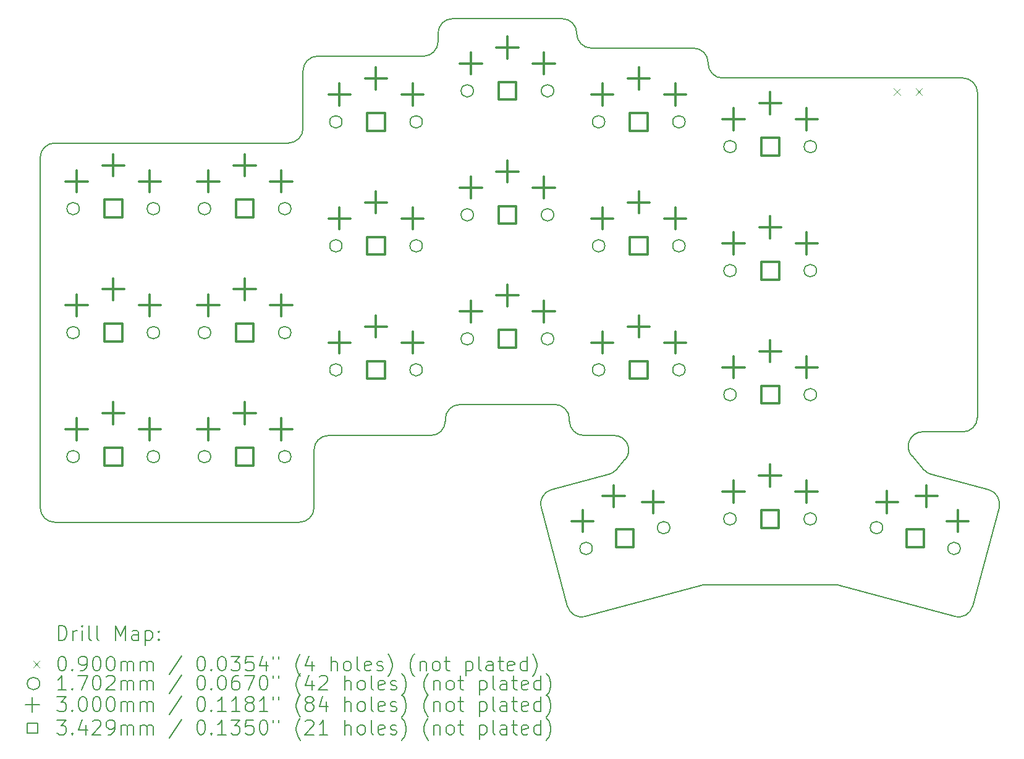
<source format=gbr>
%FSLAX45Y45*%
G04 Gerber Fmt 4.5, Leading zero omitted, Abs format (unit mm)*
G04 Created by KiCad (PCBNEW (6.0.4)) date 2022-07-03 12:25:23*
%MOMM*%
%LPD*%
G01*
G04 APERTURE LIST*
%TA.AperFunction,Profile*%
%ADD10C,0.150000*%
%TD*%
%ADD11C,0.200000*%
%ADD12C,0.090000*%
%ADD13C,0.170180*%
%ADD14C,0.300000*%
%ADD15C,0.342900*%
G04 APERTURE END LIST*
D10*
X9950000Y5400000D02*
X9950000Y5390000D01*
X4750000Y290000D02*
X6150000Y290000D01*
X9931580Y-1754125D02*
G75*
G03*
X9879816Y-1760940I0J-199995D01*
G01*
X4200000Y4300000D02*
G75*
G03*
X4400000Y4500000I0J200000D01*
G01*
X6050000Y5490000D02*
G75*
G03*
X6250000Y5690000I0J200000D01*
G01*
X13572748Y-2050993D02*
X13935095Y-698697D01*
X6250000Y5690000D02*
X6250000Y5805000D01*
X8590912Y-242803D02*
G75*
G03*
X8689097Y-181965I-51762J193183D01*
G01*
X4350000Y-900000D02*
G75*
G03*
X4550000Y-700000I0J200000D01*
G01*
X4550000Y-700000D02*
X4550000Y90000D01*
X11717517Y-1760941D02*
G75*
G03*
X11665753Y-1754126I-51767J-193189D01*
G01*
X12891370Y340000D02*
G75*
G03*
X12741288Y7806I0J-200000D01*
G01*
X8250000Y290000D02*
X8662376Y290000D01*
X13440000Y340000D02*
G75*
G03*
X13640000Y540000I0J200000D01*
G01*
X10150000Y5190000D02*
X13440000Y5190000D01*
X8150000Y5800000D02*
G75*
G03*
X8350000Y5600000I200000J0D01*
G01*
X12891370Y340000D02*
X13440000Y340000D01*
X6450000Y6005000D02*
G75*
G03*
X6250000Y5805000I0J-200000D01*
G01*
X4750000Y290000D02*
G75*
G03*
X4550000Y90000I0J-200000D01*
G01*
X6150000Y290000D02*
G75*
G03*
X6350000Y490000I0J200000D01*
G01*
X8050000Y490000D02*
G75*
G03*
X8250000Y290000I200000J0D01*
G01*
X8150000Y5805000D02*
X8150000Y5800000D01*
X6550000Y715000D02*
X7850000Y715000D01*
X4400000Y4500000D02*
X4400000Y5290000D01*
X9950000Y5400000D02*
G75*
G03*
X9750000Y5600000I-200000J0D01*
G01*
X13935091Y-698696D02*
G75*
G03*
X13793674Y-453748I-193182J51766D01*
G01*
X1000000Y4300000D02*
G75*
G03*
X800000Y4100000I0J-200000D01*
G01*
X8350000Y5600000D02*
X9750000Y5600000D01*
X7803659Y-453748D02*
X8590912Y-242804D01*
X8050000Y490000D02*
X8050000Y515000D01*
X6450000Y6005000D02*
X7950000Y6005000D01*
X8150000Y5805000D02*
G75*
G03*
X7950000Y6005000I-200000J0D01*
G01*
X8812327Y-42347D02*
G75*
G03*
X8662376Y290000I-149947J132347D01*
G01*
X1000000Y-900000D02*
X4350000Y-900000D01*
X13327798Y-2192419D02*
G75*
G03*
X13572748Y-2050993I51762J193189D01*
G01*
X4600000Y5490000D02*
X6050000Y5490000D01*
X9931580Y-1754126D02*
X11665753Y-1754126D01*
X9950000Y5390000D02*
G75*
G03*
X10150000Y5190000I200000J0D01*
G01*
X11717517Y-1760940D02*
X13327799Y-2192414D01*
X800000Y-700000D02*
G75*
G03*
X1000000Y-900000I200000J0D01*
G01*
X6350000Y515000D02*
X6350000Y490000D01*
X12908368Y-181884D02*
X12741287Y7806D01*
X8269533Y-2192414D02*
X9879816Y-1760940D01*
X8050000Y515000D02*
G75*
G03*
X7850000Y715000I-200000J0D01*
G01*
X8812325Y-42346D02*
X8689097Y-181965D01*
X7662238Y-698697D02*
X8024585Y-2050993D01*
X12908368Y-181885D02*
G75*
G03*
X13006687Y-242875I150082J132195D01*
G01*
X6550000Y715000D02*
G75*
G03*
X6350000Y515000I0J-200000D01*
G01*
X800000Y-700000D02*
X800000Y4100000D01*
X8024585Y-2050993D02*
G75*
G03*
X8269533Y-2192414I193185J51763D01*
G01*
X1000000Y4300000D02*
X4200000Y4300000D01*
X13006687Y-242875D02*
X13793674Y-453748D01*
X4600000Y5490000D02*
G75*
G03*
X4400000Y5290000I0J-200000D01*
G01*
X7803659Y-453746D02*
G75*
G03*
X7662238Y-698697I51761J-193184D01*
G01*
X13640000Y540000D02*
X13640000Y4990000D01*
X13640000Y4990000D02*
G75*
G03*
X13440000Y5190000I-200000J0D01*
G01*
D11*
D12*
X12494000Y5045500D02*
X12584000Y4955500D01*
X12584000Y5045500D02*
X12494000Y4955500D01*
X12494000Y5045500D02*
X12584000Y4955500D01*
X12584000Y5045500D02*
X12494000Y4955500D01*
X12794000Y5045500D02*
X12884000Y4955500D01*
X12884000Y5045500D02*
X12794000Y4955500D01*
X12794000Y5045500D02*
X12884000Y4955500D01*
X12884000Y5045500D02*
X12794000Y4955500D01*
D13*
X1335090Y3400000D02*
G75*
G03*
X1335090Y3400000I-85090J0D01*
G01*
X1335090Y1700000D02*
G75*
G03*
X1335090Y1700000I-85090J0D01*
G01*
X1335090Y0D02*
G75*
G03*
X1335090Y0I-85090J0D01*
G01*
X2435090Y3400000D02*
G75*
G03*
X2435090Y3400000I-85090J0D01*
G01*
X2435090Y1700000D02*
G75*
G03*
X2435090Y1700000I-85090J0D01*
G01*
X2435090Y0D02*
G75*
G03*
X2435090Y0I-85090J0D01*
G01*
X3135090Y3400000D02*
G75*
G03*
X3135090Y3400000I-85090J0D01*
G01*
X3135090Y1700000D02*
G75*
G03*
X3135090Y1700000I-85090J0D01*
G01*
X3135090Y0D02*
G75*
G03*
X3135090Y0I-85090J0D01*
G01*
X4235090Y3400000D02*
G75*
G03*
X4235090Y3400000I-85090J0D01*
G01*
X4235090Y1700000D02*
G75*
G03*
X4235090Y1700000I-85090J0D01*
G01*
X4235090Y0D02*
G75*
G03*
X4235090Y0I-85090J0D01*
G01*
X4935090Y4590000D02*
G75*
G03*
X4935090Y4590000I-85090J0D01*
G01*
X4935090Y2890000D02*
G75*
G03*
X4935090Y2890000I-85090J0D01*
G01*
X4935090Y1190000D02*
G75*
G03*
X4935090Y1190000I-85090J0D01*
G01*
X6035090Y4590000D02*
G75*
G03*
X6035090Y4590000I-85090J0D01*
G01*
X6035090Y2890000D02*
G75*
G03*
X6035090Y2890000I-85090J0D01*
G01*
X6035090Y1190000D02*
G75*
G03*
X6035090Y1190000I-85090J0D01*
G01*
X6735090Y5015000D02*
G75*
G03*
X6735090Y5015000I-85090J0D01*
G01*
X6735090Y3315000D02*
G75*
G03*
X6735090Y3315000I-85090J0D01*
G01*
X6735090Y1615000D02*
G75*
G03*
X6735090Y1615000I-85090J0D01*
G01*
X7835090Y5015000D02*
G75*
G03*
X7835090Y5015000I-85090J0D01*
G01*
X7835090Y3315000D02*
G75*
G03*
X7835090Y3315000I-85090J0D01*
G01*
X7835090Y1615000D02*
G75*
G03*
X7835090Y1615000I-85090J0D01*
G01*
X8363171Y-1258381D02*
G75*
G03*
X8363171Y-1258381I-85090J0D01*
G01*
X8535090Y4590000D02*
G75*
G03*
X8535090Y4590000I-85090J0D01*
G01*
X8535090Y2890000D02*
G75*
G03*
X8535090Y2890000I-85090J0D01*
G01*
X8535090Y1190000D02*
G75*
G03*
X8535090Y1190000I-85090J0D01*
G01*
X9425689Y-973679D02*
G75*
G03*
X9425689Y-973679I-85090J0D01*
G01*
X9635090Y4590000D02*
G75*
G03*
X9635090Y4590000I-85090J0D01*
G01*
X9635090Y2890000D02*
G75*
G03*
X9635090Y2890000I-85090J0D01*
G01*
X9635090Y1190000D02*
G75*
G03*
X9635090Y1190000I-85090J0D01*
G01*
X10333760Y-854130D02*
G75*
G03*
X10333760Y-854130I-85090J0D01*
G01*
X10335090Y4250000D02*
G75*
G03*
X10335090Y4250000I-85090J0D01*
G01*
X10335090Y2550000D02*
G75*
G03*
X10335090Y2550000I-85090J0D01*
G01*
X10335090Y850000D02*
G75*
G03*
X10335090Y850000I-85090J0D01*
G01*
X11433760Y-854130D02*
G75*
G03*
X11433760Y-854130I-85090J0D01*
G01*
X11435090Y4250000D02*
G75*
G03*
X11435090Y4250000I-85090J0D01*
G01*
X11435090Y2550000D02*
G75*
G03*
X11435090Y2550000I-85090J0D01*
G01*
X11435090Y850000D02*
G75*
G03*
X11435090Y850000I-85090J0D01*
G01*
X12341831Y-973679D02*
G75*
G03*
X12341831Y-973679I-85090J0D01*
G01*
X13404349Y-1258381D02*
G75*
G03*
X13404349Y-1258381I-85090J0D01*
G01*
D14*
X1300000Y3925000D02*
X1300000Y3625000D01*
X1150000Y3775000D02*
X1450000Y3775000D01*
X1300000Y2225000D02*
X1300000Y1925000D01*
X1150000Y2075000D02*
X1450000Y2075000D01*
X1300000Y525000D02*
X1300000Y225000D01*
X1150000Y375000D02*
X1450000Y375000D01*
X1800000Y4145000D02*
X1800000Y3845000D01*
X1650000Y3995000D02*
X1950000Y3995000D01*
X1800000Y4145000D02*
X1800000Y3845000D01*
X1650000Y3995000D02*
X1950000Y3995000D01*
X1800000Y2445000D02*
X1800000Y2145000D01*
X1650000Y2295000D02*
X1950000Y2295000D01*
X1800000Y2445000D02*
X1800000Y2145000D01*
X1650000Y2295000D02*
X1950000Y2295000D01*
X1800000Y745000D02*
X1800000Y445000D01*
X1650000Y595000D02*
X1950000Y595000D01*
X1800000Y745000D02*
X1800000Y445000D01*
X1650000Y595000D02*
X1950000Y595000D01*
X2300000Y3925000D02*
X2300000Y3625000D01*
X2150000Y3775000D02*
X2450000Y3775000D01*
X2300000Y2225000D02*
X2300000Y1925000D01*
X2150000Y2075000D02*
X2450000Y2075000D01*
X2300000Y525000D02*
X2300000Y225000D01*
X2150000Y375000D02*
X2450000Y375000D01*
X3100000Y3925000D02*
X3100000Y3625000D01*
X2950000Y3775000D02*
X3250000Y3775000D01*
X3100000Y2225000D02*
X3100000Y1925000D01*
X2950000Y2075000D02*
X3250000Y2075000D01*
X3100000Y525000D02*
X3100000Y225000D01*
X2950000Y375000D02*
X3250000Y375000D01*
X3600000Y4145000D02*
X3600000Y3845000D01*
X3450000Y3995000D02*
X3750000Y3995000D01*
X3600000Y4145000D02*
X3600000Y3845000D01*
X3450000Y3995000D02*
X3750000Y3995000D01*
X3600000Y2445000D02*
X3600000Y2145000D01*
X3450000Y2295000D02*
X3750000Y2295000D01*
X3600000Y2445000D02*
X3600000Y2145000D01*
X3450000Y2295000D02*
X3750000Y2295000D01*
X3600000Y745000D02*
X3600000Y445000D01*
X3450000Y595000D02*
X3750000Y595000D01*
X3600000Y745000D02*
X3600000Y445000D01*
X3450000Y595000D02*
X3750000Y595000D01*
X4100000Y3925000D02*
X4100000Y3625000D01*
X3950000Y3775000D02*
X4250000Y3775000D01*
X4100000Y2225000D02*
X4100000Y1925000D01*
X3950000Y2075000D02*
X4250000Y2075000D01*
X4100000Y525000D02*
X4100000Y225000D01*
X3950000Y375000D02*
X4250000Y375000D01*
X4900000Y5115000D02*
X4900000Y4815000D01*
X4750000Y4965000D02*
X5050000Y4965000D01*
X4900000Y3415000D02*
X4900000Y3115000D01*
X4750000Y3265000D02*
X5050000Y3265000D01*
X4900000Y1715000D02*
X4900000Y1415000D01*
X4750000Y1565000D02*
X5050000Y1565000D01*
X5400000Y5335000D02*
X5400000Y5035000D01*
X5250000Y5185000D02*
X5550000Y5185000D01*
X5400000Y5335000D02*
X5400000Y5035000D01*
X5250000Y5185000D02*
X5550000Y5185000D01*
X5400000Y3635000D02*
X5400000Y3335000D01*
X5250000Y3485000D02*
X5550000Y3485000D01*
X5400000Y3635000D02*
X5400000Y3335000D01*
X5250000Y3485000D02*
X5550000Y3485000D01*
X5400000Y1935000D02*
X5400000Y1635000D01*
X5250000Y1785000D02*
X5550000Y1785000D01*
X5400000Y1935000D02*
X5400000Y1635000D01*
X5250000Y1785000D02*
X5550000Y1785000D01*
X5900000Y5115000D02*
X5900000Y4815000D01*
X5750000Y4965000D02*
X6050000Y4965000D01*
X5900000Y3415000D02*
X5900000Y3115000D01*
X5750000Y3265000D02*
X6050000Y3265000D01*
X5900000Y1715000D02*
X5900000Y1415000D01*
X5750000Y1565000D02*
X6050000Y1565000D01*
X6700000Y5540000D02*
X6700000Y5240000D01*
X6550000Y5390000D02*
X6850000Y5390000D01*
X6700000Y3840000D02*
X6700000Y3540000D01*
X6550000Y3690000D02*
X6850000Y3690000D01*
X6700000Y2140000D02*
X6700000Y1840000D01*
X6550000Y1990000D02*
X6850000Y1990000D01*
X7200000Y5760000D02*
X7200000Y5460000D01*
X7050000Y5610000D02*
X7350000Y5610000D01*
X7200000Y5760000D02*
X7200000Y5460000D01*
X7050000Y5610000D02*
X7350000Y5610000D01*
X7200000Y4060000D02*
X7200000Y3760000D01*
X7050000Y3910000D02*
X7350000Y3910000D01*
X7200000Y4060000D02*
X7200000Y3760000D01*
X7050000Y3910000D02*
X7350000Y3910000D01*
X7200000Y2360000D02*
X7200000Y2060000D01*
X7050000Y2210000D02*
X7350000Y2210000D01*
X7200000Y2360000D02*
X7200000Y2060000D01*
X7050000Y2210000D02*
X7350000Y2210000D01*
X7700000Y5540000D02*
X7700000Y5240000D01*
X7550000Y5390000D02*
X7850000Y5390000D01*
X7700000Y3840000D02*
X7700000Y3540000D01*
X7550000Y3690000D02*
X7850000Y3690000D01*
X7700000Y2140000D02*
X7700000Y1840000D01*
X7550000Y1990000D02*
X7850000Y1990000D01*
X8229320Y-733217D02*
X8229320Y-1033217D01*
X8079320Y-883217D02*
X8379320Y-883217D01*
X8500000Y5115000D02*
X8500000Y4815000D01*
X8350000Y4965000D02*
X8650000Y4965000D01*
X8500000Y3415000D02*
X8500000Y3115000D01*
X8350000Y3265000D02*
X8650000Y3265000D01*
X8500000Y1715000D02*
X8500000Y1415000D01*
X8350000Y1565000D02*
X8650000Y1565000D01*
X8655343Y-391304D02*
X8655343Y-691304D01*
X8505343Y-541304D02*
X8805343Y-541304D01*
X8655343Y-391304D02*
X8655343Y-691304D01*
X8505343Y-541304D02*
X8805343Y-541304D01*
X9000000Y5335000D02*
X9000000Y5035000D01*
X8850000Y5185000D02*
X9150000Y5185000D01*
X9000000Y5335000D02*
X9000000Y5035000D01*
X8850000Y5185000D02*
X9150000Y5185000D01*
X9000000Y3635000D02*
X9000000Y3335000D01*
X8850000Y3485000D02*
X9150000Y3485000D01*
X9000000Y3635000D02*
X9000000Y3335000D01*
X8850000Y3485000D02*
X9150000Y3485000D01*
X9000000Y1935000D02*
X9000000Y1635000D01*
X8850000Y1785000D02*
X9150000Y1785000D01*
X9000000Y1935000D02*
X9000000Y1635000D01*
X8850000Y1785000D02*
X9150000Y1785000D01*
X9195246Y-474398D02*
X9195246Y-774398D01*
X9045246Y-624398D02*
X9345246Y-624398D01*
X9500000Y5115000D02*
X9500000Y4815000D01*
X9350000Y4965000D02*
X9650000Y4965000D01*
X9500000Y3415000D02*
X9500000Y3115000D01*
X9350000Y3265000D02*
X9650000Y3265000D01*
X9500000Y1715000D02*
X9500000Y1415000D01*
X9350000Y1565000D02*
X9650000Y1565000D01*
X10298670Y-329130D02*
X10298670Y-629130D01*
X10148670Y-479130D02*
X10448670Y-479130D01*
X10300000Y4775000D02*
X10300000Y4475000D01*
X10150000Y4625000D02*
X10450000Y4625000D01*
X10300000Y3075000D02*
X10300000Y2775000D01*
X10150000Y2925000D02*
X10450000Y2925000D01*
X10300000Y1375000D02*
X10300000Y1075000D01*
X10150000Y1225000D02*
X10450000Y1225000D01*
X10798670Y-109130D02*
X10798670Y-409130D01*
X10648670Y-259130D02*
X10948670Y-259130D01*
X10798670Y-109130D02*
X10798670Y-409130D01*
X10648670Y-259130D02*
X10948670Y-259130D01*
X10800000Y4995000D02*
X10800000Y4695000D01*
X10650000Y4845000D02*
X10950000Y4845000D01*
X10800000Y4995000D02*
X10800000Y4695000D01*
X10650000Y4845000D02*
X10950000Y4845000D01*
X10800000Y3295000D02*
X10800000Y2995000D01*
X10650000Y3145000D02*
X10950000Y3145000D01*
X10800000Y3295000D02*
X10800000Y2995000D01*
X10650000Y3145000D02*
X10950000Y3145000D01*
X10800000Y1595000D02*
X10800000Y1295000D01*
X10650000Y1445000D02*
X10950000Y1445000D01*
X10800000Y1595000D02*
X10800000Y1295000D01*
X10650000Y1445000D02*
X10950000Y1445000D01*
X11298670Y-329130D02*
X11298670Y-629130D01*
X11148670Y-479130D02*
X11448670Y-479130D01*
X11300000Y4775000D02*
X11300000Y4475000D01*
X11150000Y4625000D02*
X11450000Y4625000D01*
X11300000Y3075000D02*
X11300000Y2775000D01*
X11150000Y2925000D02*
X11450000Y2925000D01*
X11300000Y1375000D02*
X11300000Y1075000D01*
X11150000Y1225000D02*
X11450000Y1225000D01*
X12402094Y-474398D02*
X12402094Y-774398D01*
X12252094Y-624398D02*
X12552094Y-624398D01*
X12941997Y-391304D02*
X12941997Y-691304D01*
X12791997Y-541304D02*
X13091997Y-541304D01*
X12941997Y-391304D02*
X12941997Y-691304D01*
X12791997Y-541304D02*
X13091997Y-541304D01*
X13368020Y-733217D02*
X13368020Y-1033217D01*
X13218020Y-883217D02*
X13518020Y-883217D01*
D15*
X1921235Y3278765D02*
X1921235Y3521235D01*
X1678765Y3521235D01*
X1678765Y3278765D01*
X1921235Y3278765D01*
X1921235Y1578765D02*
X1921235Y1821235D01*
X1678765Y1821235D01*
X1678765Y1578765D01*
X1921235Y1578765D01*
X1921235Y-121235D02*
X1921235Y121235D01*
X1678765Y121235D01*
X1678765Y-121235D01*
X1921235Y-121235D01*
X3721235Y3278765D02*
X3721235Y3521235D01*
X3478765Y3521235D01*
X3478765Y3278765D01*
X3721235Y3278765D01*
X3721235Y1578765D02*
X3721235Y1821235D01*
X3478765Y1821235D01*
X3478765Y1578765D01*
X3721235Y1578765D01*
X3721235Y-121235D02*
X3721235Y121235D01*
X3478765Y121235D01*
X3478765Y-121235D01*
X3721235Y-121235D01*
X5521235Y4468765D02*
X5521235Y4711235D01*
X5278765Y4711235D01*
X5278765Y4468765D01*
X5521235Y4468765D01*
X5521235Y2768765D02*
X5521235Y3011235D01*
X5278765Y3011235D01*
X5278765Y2768765D01*
X5521235Y2768765D01*
X5521235Y1068765D02*
X5521235Y1311235D01*
X5278765Y1311235D01*
X5278765Y1068765D01*
X5521235Y1068765D01*
X7321235Y4893765D02*
X7321235Y5136235D01*
X7078765Y5136235D01*
X7078765Y4893765D01*
X7321235Y4893765D01*
X7321235Y3193765D02*
X7321235Y3436235D01*
X7078765Y3436235D01*
X7078765Y3193765D01*
X7321235Y3193765D01*
X7321235Y1493765D02*
X7321235Y1736235D01*
X7078765Y1736235D01*
X7078765Y1493765D01*
X7321235Y1493765D01*
X8930575Y-1237265D02*
X8930575Y-994795D01*
X8688105Y-994795D01*
X8688105Y-1237265D01*
X8930575Y-1237265D01*
X9121235Y4468765D02*
X9121235Y4711235D01*
X8878765Y4711235D01*
X8878765Y4468765D01*
X9121235Y4468765D01*
X9121235Y2768765D02*
X9121235Y3011235D01*
X8878765Y3011235D01*
X8878765Y2768765D01*
X9121235Y2768765D01*
X9121235Y1068765D02*
X9121235Y1311235D01*
X8878765Y1311235D01*
X8878765Y1068765D01*
X9121235Y1068765D01*
X10919905Y-975365D02*
X10919905Y-732895D01*
X10677435Y-732895D01*
X10677435Y-975365D01*
X10919905Y-975365D01*
X10921235Y4128765D02*
X10921235Y4371235D01*
X10678765Y4371235D01*
X10678765Y4128765D01*
X10921235Y4128765D01*
X10921235Y2428765D02*
X10921235Y2671235D01*
X10678765Y2671235D01*
X10678765Y2428765D01*
X10921235Y2428765D01*
X10921235Y728765D02*
X10921235Y971235D01*
X10678765Y971235D01*
X10678765Y728765D01*
X10921235Y728765D01*
X12909235Y-1237265D02*
X12909235Y-994795D01*
X12666765Y-994795D01*
X12666765Y-1237265D01*
X12909235Y-1237265D01*
D11*
X1050119Y-2517209D02*
X1050119Y-2317209D01*
X1097738Y-2317209D01*
X1126310Y-2326733D01*
X1145357Y-2345781D01*
X1154881Y-2364828D01*
X1164405Y-2402923D01*
X1164405Y-2431495D01*
X1154881Y-2469590D01*
X1145357Y-2488638D01*
X1126310Y-2507685D01*
X1097738Y-2517209D01*
X1050119Y-2517209D01*
X1250119Y-2517209D02*
X1250119Y-2383876D01*
X1250119Y-2421971D02*
X1259643Y-2402923D01*
X1269167Y-2393400D01*
X1288214Y-2383876D01*
X1307262Y-2383876D01*
X1373929Y-2517209D02*
X1373929Y-2383876D01*
X1373929Y-2317209D02*
X1364405Y-2326733D01*
X1373929Y-2336257D01*
X1383452Y-2326733D01*
X1373929Y-2317209D01*
X1373929Y-2336257D01*
X1497738Y-2517209D02*
X1478690Y-2507685D01*
X1469167Y-2488638D01*
X1469167Y-2317209D01*
X1602500Y-2517209D02*
X1583452Y-2507685D01*
X1573928Y-2488638D01*
X1573928Y-2317209D01*
X1831071Y-2517209D02*
X1831071Y-2317209D01*
X1897738Y-2460066D01*
X1964405Y-2317209D01*
X1964405Y-2517209D01*
X2145357Y-2517209D02*
X2145357Y-2412447D01*
X2135833Y-2393400D01*
X2116786Y-2383876D01*
X2078690Y-2383876D01*
X2059643Y-2393400D01*
X2145357Y-2507685D02*
X2126310Y-2517209D01*
X2078690Y-2517209D01*
X2059643Y-2507685D01*
X2050119Y-2488638D01*
X2050119Y-2469590D01*
X2059643Y-2450543D01*
X2078690Y-2441019D01*
X2126310Y-2441019D01*
X2145357Y-2431495D01*
X2240595Y-2383876D02*
X2240595Y-2583876D01*
X2240595Y-2393400D02*
X2259643Y-2383876D01*
X2297738Y-2383876D01*
X2316786Y-2393400D01*
X2326310Y-2402923D01*
X2335833Y-2421971D01*
X2335833Y-2479114D01*
X2326310Y-2498162D01*
X2316786Y-2507685D01*
X2297738Y-2517209D01*
X2259643Y-2517209D01*
X2240595Y-2507685D01*
X2421548Y-2498162D02*
X2431071Y-2507685D01*
X2421548Y-2517209D01*
X2412024Y-2507685D01*
X2421548Y-2498162D01*
X2421548Y-2517209D01*
X2421548Y-2393400D02*
X2431071Y-2402923D01*
X2421548Y-2412447D01*
X2412024Y-2402923D01*
X2421548Y-2393400D01*
X2421548Y-2412447D01*
D12*
X702500Y-2801733D02*
X792500Y-2891733D01*
X792500Y-2801733D02*
X702500Y-2891733D01*
D11*
X1088214Y-2737209D02*
X1107262Y-2737209D01*
X1126310Y-2746733D01*
X1135833Y-2756257D01*
X1145357Y-2775304D01*
X1154881Y-2813400D01*
X1154881Y-2861019D01*
X1145357Y-2899114D01*
X1135833Y-2918161D01*
X1126310Y-2927685D01*
X1107262Y-2937209D01*
X1088214Y-2937209D01*
X1069167Y-2927685D01*
X1059643Y-2918161D01*
X1050119Y-2899114D01*
X1040595Y-2861019D01*
X1040595Y-2813400D01*
X1050119Y-2775304D01*
X1059643Y-2756257D01*
X1069167Y-2746733D01*
X1088214Y-2737209D01*
X1240595Y-2918161D02*
X1250119Y-2927685D01*
X1240595Y-2937209D01*
X1231071Y-2927685D01*
X1240595Y-2918161D01*
X1240595Y-2937209D01*
X1345357Y-2937209D02*
X1383452Y-2937209D01*
X1402500Y-2927685D01*
X1412024Y-2918161D01*
X1431071Y-2889590D01*
X1440595Y-2851495D01*
X1440595Y-2775304D01*
X1431071Y-2756257D01*
X1421548Y-2746733D01*
X1402500Y-2737209D01*
X1364405Y-2737209D01*
X1345357Y-2746733D01*
X1335833Y-2756257D01*
X1326310Y-2775304D01*
X1326310Y-2822923D01*
X1335833Y-2841971D01*
X1345357Y-2851495D01*
X1364405Y-2861019D01*
X1402500Y-2861019D01*
X1421548Y-2851495D01*
X1431071Y-2841971D01*
X1440595Y-2822923D01*
X1564405Y-2737209D02*
X1583452Y-2737209D01*
X1602500Y-2746733D01*
X1612024Y-2756257D01*
X1621548Y-2775304D01*
X1631071Y-2813400D01*
X1631071Y-2861019D01*
X1621548Y-2899114D01*
X1612024Y-2918161D01*
X1602500Y-2927685D01*
X1583452Y-2937209D01*
X1564405Y-2937209D01*
X1545357Y-2927685D01*
X1535833Y-2918161D01*
X1526309Y-2899114D01*
X1516786Y-2861019D01*
X1516786Y-2813400D01*
X1526309Y-2775304D01*
X1535833Y-2756257D01*
X1545357Y-2746733D01*
X1564405Y-2737209D01*
X1754881Y-2737209D02*
X1773928Y-2737209D01*
X1792976Y-2746733D01*
X1802500Y-2756257D01*
X1812024Y-2775304D01*
X1821548Y-2813400D01*
X1821548Y-2861019D01*
X1812024Y-2899114D01*
X1802500Y-2918161D01*
X1792976Y-2927685D01*
X1773928Y-2937209D01*
X1754881Y-2937209D01*
X1735833Y-2927685D01*
X1726309Y-2918161D01*
X1716786Y-2899114D01*
X1707262Y-2861019D01*
X1707262Y-2813400D01*
X1716786Y-2775304D01*
X1726309Y-2756257D01*
X1735833Y-2746733D01*
X1754881Y-2737209D01*
X1907262Y-2937209D02*
X1907262Y-2803876D01*
X1907262Y-2822923D02*
X1916786Y-2813400D01*
X1935833Y-2803876D01*
X1964405Y-2803876D01*
X1983452Y-2813400D01*
X1992976Y-2832447D01*
X1992976Y-2937209D01*
X1992976Y-2832447D02*
X2002500Y-2813400D01*
X2021548Y-2803876D01*
X2050119Y-2803876D01*
X2069167Y-2813400D01*
X2078690Y-2832447D01*
X2078690Y-2937209D01*
X2173929Y-2937209D02*
X2173929Y-2803876D01*
X2173929Y-2822923D02*
X2183452Y-2813400D01*
X2202500Y-2803876D01*
X2231071Y-2803876D01*
X2250119Y-2813400D01*
X2259643Y-2832447D01*
X2259643Y-2937209D01*
X2259643Y-2832447D02*
X2269167Y-2813400D01*
X2288214Y-2803876D01*
X2316786Y-2803876D01*
X2335833Y-2813400D01*
X2345357Y-2832447D01*
X2345357Y-2937209D01*
X2735833Y-2727685D02*
X2564405Y-2984828D01*
X2992976Y-2737209D02*
X3012024Y-2737209D01*
X3031071Y-2746733D01*
X3040595Y-2756257D01*
X3050119Y-2775304D01*
X3059643Y-2813400D01*
X3059643Y-2861019D01*
X3050119Y-2899114D01*
X3040595Y-2918161D01*
X3031071Y-2927685D01*
X3012024Y-2937209D01*
X2992976Y-2937209D01*
X2973928Y-2927685D01*
X2964405Y-2918161D01*
X2954881Y-2899114D01*
X2945357Y-2861019D01*
X2945357Y-2813400D01*
X2954881Y-2775304D01*
X2964405Y-2756257D01*
X2973928Y-2746733D01*
X2992976Y-2737209D01*
X3145357Y-2918161D02*
X3154881Y-2927685D01*
X3145357Y-2937209D01*
X3135833Y-2927685D01*
X3145357Y-2918161D01*
X3145357Y-2937209D01*
X3278690Y-2737209D02*
X3297738Y-2737209D01*
X3316786Y-2746733D01*
X3326309Y-2756257D01*
X3335833Y-2775304D01*
X3345357Y-2813400D01*
X3345357Y-2861019D01*
X3335833Y-2899114D01*
X3326309Y-2918161D01*
X3316786Y-2927685D01*
X3297738Y-2937209D01*
X3278690Y-2937209D01*
X3259643Y-2927685D01*
X3250119Y-2918161D01*
X3240595Y-2899114D01*
X3231071Y-2861019D01*
X3231071Y-2813400D01*
X3240595Y-2775304D01*
X3250119Y-2756257D01*
X3259643Y-2746733D01*
X3278690Y-2737209D01*
X3412024Y-2737209D02*
X3535833Y-2737209D01*
X3469167Y-2813400D01*
X3497738Y-2813400D01*
X3516786Y-2822923D01*
X3526309Y-2832447D01*
X3535833Y-2851495D01*
X3535833Y-2899114D01*
X3526309Y-2918161D01*
X3516786Y-2927685D01*
X3497738Y-2937209D01*
X3440595Y-2937209D01*
X3421548Y-2927685D01*
X3412024Y-2918161D01*
X3716786Y-2737209D02*
X3621548Y-2737209D01*
X3612024Y-2832447D01*
X3621548Y-2822923D01*
X3640595Y-2813400D01*
X3688214Y-2813400D01*
X3707262Y-2822923D01*
X3716786Y-2832447D01*
X3726309Y-2851495D01*
X3726309Y-2899114D01*
X3716786Y-2918161D01*
X3707262Y-2927685D01*
X3688214Y-2937209D01*
X3640595Y-2937209D01*
X3621548Y-2927685D01*
X3612024Y-2918161D01*
X3897738Y-2803876D02*
X3897738Y-2937209D01*
X3850119Y-2727685D02*
X3802500Y-2870542D01*
X3926309Y-2870542D01*
X3992976Y-2737209D02*
X3992976Y-2775304D01*
X4069167Y-2737209D02*
X4069167Y-2775304D01*
X4364405Y-3013400D02*
X4354881Y-3003876D01*
X4335833Y-2975304D01*
X4326310Y-2956257D01*
X4316786Y-2927685D01*
X4307262Y-2880066D01*
X4307262Y-2841971D01*
X4316786Y-2794352D01*
X4326310Y-2765781D01*
X4335833Y-2746733D01*
X4354881Y-2718162D01*
X4364405Y-2708638D01*
X4526310Y-2803876D02*
X4526310Y-2937209D01*
X4478690Y-2727685D02*
X4431071Y-2870542D01*
X4554881Y-2870542D01*
X4783452Y-2937209D02*
X4783452Y-2737209D01*
X4869167Y-2937209D02*
X4869167Y-2832447D01*
X4859643Y-2813400D01*
X4840595Y-2803876D01*
X4812024Y-2803876D01*
X4792976Y-2813400D01*
X4783452Y-2822923D01*
X4992976Y-2937209D02*
X4973929Y-2927685D01*
X4964405Y-2918161D01*
X4954881Y-2899114D01*
X4954881Y-2841971D01*
X4964405Y-2822923D01*
X4973929Y-2813400D01*
X4992976Y-2803876D01*
X5021548Y-2803876D01*
X5040595Y-2813400D01*
X5050119Y-2822923D01*
X5059643Y-2841971D01*
X5059643Y-2899114D01*
X5050119Y-2918161D01*
X5040595Y-2927685D01*
X5021548Y-2937209D01*
X4992976Y-2937209D01*
X5173929Y-2937209D02*
X5154881Y-2927685D01*
X5145357Y-2908638D01*
X5145357Y-2737209D01*
X5326310Y-2927685D02*
X5307262Y-2937209D01*
X5269167Y-2937209D01*
X5250119Y-2927685D01*
X5240595Y-2908638D01*
X5240595Y-2832447D01*
X5250119Y-2813400D01*
X5269167Y-2803876D01*
X5307262Y-2803876D01*
X5326310Y-2813400D01*
X5335833Y-2832447D01*
X5335833Y-2851495D01*
X5240595Y-2870542D01*
X5412024Y-2927685D02*
X5431071Y-2937209D01*
X5469167Y-2937209D01*
X5488214Y-2927685D01*
X5497738Y-2908638D01*
X5497738Y-2899114D01*
X5488214Y-2880066D01*
X5469167Y-2870542D01*
X5440595Y-2870542D01*
X5421548Y-2861019D01*
X5412024Y-2841971D01*
X5412024Y-2832447D01*
X5421548Y-2813400D01*
X5440595Y-2803876D01*
X5469167Y-2803876D01*
X5488214Y-2813400D01*
X5564405Y-3013400D02*
X5573929Y-3003876D01*
X5592976Y-2975304D01*
X5602500Y-2956257D01*
X5612024Y-2927685D01*
X5621548Y-2880066D01*
X5621548Y-2841971D01*
X5612024Y-2794352D01*
X5602500Y-2765781D01*
X5592976Y-2746733D01*
X5573929Y-2718162D01*
X5564405Y-2708638D01*
X5926309Y-3013400D02*
X5916786Y-3003876D01*
X5897738Y-2975304D01*
X5888214Y-2956257D01*
X5878690Y-2927685D01*
X5869167Y-2880066D01*
X5869167Y-2841971D01*
X5878690Y-2794352D01*
X5888214Y-2765781D01*
X5897738Y-2746733D01*
X5916786Y-2718162D01*
X5926309Y-2708638D01*
X6002500Y-2803876D02*
X6002500Y-2937209D01*
X6002500Y-2822923D02*
X6012024Y-2813400D01*
X6031071Y-2803876D01*
X6059643Y-2803876D01*
X6078690Y-2813400D01*
X6088214Y-2832447D01*
X6088214Y-2937209D01*
X6212024Y-2937209D02*
X6192976Y-2927685D01*
X6183452Y-2918161D01*
X6173928Y-2899114D01*
X6173928Y-2841971D01*
X6183452Y-2822923D01*
X6192976Y-2813400D01*
X6212024Y-2803876D01*
X6240595Y-2803876D01*
X6259643Y-2813400D01*
X6269167Y-2822923D01*
X6278690Y-2841971D01*
X6278690Y-2899114D01*
X6269167Y-2918161D01*
X6259643Y-2927685D01*
X6240595Y-2937209D01*
X6212024Y-2937209D01*
X6335833Y-2803876D02*
X6412024Y-2803876D01*
X6364405Y-2737209D02*
X6364405Y-2908638D01*
X6373928Y-2927685D01*
X6392976Y-2937209D01*
X6412024Y-2937209D01*
X6631071Y-2803876D02*
X6631071Y-3003876D01*
X6631071Y-2813400D02*
X6650119Y-2803876D01*
X6688214Y-2803876D01*
X6707262Y-2813400D01*
X6716786Y-2822923D01*
X6726309Y-2841971D01*
X6726309Y-2899114D01*
X6716786Y-2918161D01*
X6707262Y-2927685D01*
X6688214Y-2937209D01*
X6650119Y-2937209D01*
X6631071Y-2927685D01*
X6840595Y-2937209D02*
X6821548Y-2927685D01*
X6812024Y-2908638D01*
X6812024Y-2737209D01*
X7002500Y-2937209D02*
X7002500Y-2832447D01*
X6992976Y-2813400D01*
X6973928Y-2803876D01*
X6935833Y-2803876D01*
X6916786Y-2813400D01*
X7002500Y-2927685D02*
X6983452Y-2937209D01*
X6935833Y-2937209D01*
X6916786Y-2927685D01*
X6907262Y-2908638D01*
X6907262Y-2889590D01*
X6916786Y-2870542D01*
X6935833Y-2861019D01*
X6983452Y-2861019D01*
X7002500Y-2851495D01*
X7069167Y-2803876D02*
X7145357Y-2803876D01*
X7097738Y-2737209D02*
X7097738Y-2908638D01*
X7107262Y-2927685D01*
X7126309Y-2937209D01*
X7145357Y-2937209D01*
X7288214Y-2927685D02*
X7269167Y-2937209D01*
X7231071Y-2937209D01*
X7212024Y-2927685D01*
X7202500Y-2908638D01*
X7202500Y-2832447D01*
X7212024Y-2813400D01*
X7231071Y-2803876D01*
X7269167Y-2803876D01*
X7288214Y-2813400D01*
X7297738Y-2832447D01*
X7297738Y-2851495D01*
X7202500Y-2870542D01*
X7469167Y-2937209D02*
X7469167Y-2737209D01*
X7469167Y-2927685D02*
X7450119Y-2937209D01*
X7412024Y-2937209D01*
X7392976Y-2927685D01*
X7383452Y-2918161D01*
X7373928Y-2899114D01*
X7373928Y-2841971D01*
X7383452Y-2822923D01*
X7392976Y-2813400D01*
X7412024Y-2803876D01*
X7450119Y-2803876D01*
X7469167Y-2813400D01*
X7545357Y-3013400D02*
X7554881Y-3003876D01*
X7573928Y-2975304D01*
X7583452Y-2956257D01*
X7592976Y-2927685D01*
X7602500Y-2880066D01*
X7602500Y-2841971D01*
X7592976Y-2794352D01*
X7583452Y-2765781D01*
X7573928Y-2746733D01*
X7554881Y-2718162D01*
X7545357Y-2708638D01*
D13*
X792500Y-3110733D02*
G75*
G03*
X792500Y-3110733I-85090J0D01*
G01*
D11*
X1154881Y-3201209D02*
X1040595Y-3201209D01*
X1097738Y-3201209D02*
X1097738Y-3001209D01*
X1078690Y-3029781D01*
X1059643Y-3048828D01*
X1040595Y-3058352D01*
X1240595Y-3182161D02*
X1250119Y-3191685D01*
X1240595Y-3201209D01*
X1231071Y-3191685D01*
X1240595Y-3182161D01*
X1240595Y-3201209D01*
X1316786Y-3001209D02*
X1450119Y-3001209D01*
X1364405Y-3201209D01*
X1564405Y-3001209D02*
X1583452Y-3001209D01*
X1602500Y-3010733D01*
X1612024Y-3020257D01*
X1621548Y-3039304D01*
X1631071Y-3077400D01*
X1631071Y-3125019D01*
X1621548Y-3163114D01*
X1612024Y-3182161D01*
X1602500Y-3191685D01*
X1583452Y-3201209D01*
X1564405Y-3201209D01*
X1545357Y-3191685D01*
X1535833Y-3182161D01*
X1526309Y-3163114D01*
X1516786Y-3125019D01*
X1516786Y-3077400D01*
X1526309Y-3039304D01*
X1535833Y-3020257D01*
X1545357Y-3010733D01*
X1564405Y-3001209D01*
X1707262Y-3020257D02*
X1716786Y-3010733D01*
X1735833Y-3001209D01*
X1783452Y-3001209D01*
X1802500Y-3010733D01*
X1812024Y-3020257D01*
X1821548Y-3039304D01*
X1821548Y-3058352D01*
X1812024Y-3086923D01*
X1697738Y-3201209D01*
X1821548Y-3201209D01*
X1907262Y-3201209D02*
X1907262Y-3067876D01*
X1907262Y-3086923D02*
X1916786Y-3077400D01*
X1935833Y-3067876D01*
X1964405Y-3067876D01*
X1983452Y-3077400D01*
X1992976Y-3096447D01*
X1992976Y-3201209D01*
X1992976Y-3096447D02*
X2002500Y-3077400D01*
X2021548Y-3067876D01*
X2050119Y-3067876D01*
X2069167Y-3077400D01*
X2078690Y-3096447D01*
X2078690Y-3201209D01*
X2173929Y-3201209D02*
X2173929Y-3067876D01*
X2173929Y-3086923D02*
X2183452Y-3077400D01*
X2202500Y-3067876D01*
X2231071Y-3067876D01*
X2250119Y-3077400D01*
X2259643Y-3096447D01*
X2259643Y-3201209D01*
X2259643Y-3096447D02*
X2269167Y-3077400D01*
X2288214Y-3067876D01*
X2316786Y-3067876D01*
X2335833Y-3077400D01*
X2345357Y-3096447D01*
X2345357Y-3201209D01*
X2735833Y-2991685D02*
X2564405Y-3248828D01*
X2992976Y-3001209D02*
X3012024Y-3001209D01*
X3031071Y-3010733D01*
X3040595Y-3020257D01*
X3050119Y-3039304D01*
X3059643Y-3077400D01*
X3059643Y-3125019D01*
X3050119Y-3163114D01*
X3040595Y-3182161D01*
X3031071Y-3191685D01*
X3012024Y-3201209D01*
X2992976Y-3201209D01*
X2973928Y-3191685D01*
X2964405Y-3182161D01*
X2954881Y-3163114D01*
X2945357Y-3125019D01*
X2945357Y-3077400D01*
X2954881Y-3039304D01*
X2964405Y-3020257D01*
X2973928Y-3010733D01*
X2992976Y-3001209D01*
X3145357Y-3182161D02*
X3154881Y-3191685D01*
X3145357Y-3201209D01*
X3135833Y-3191685D01*
X3145357Y-3182161D01*
X3145357Y-3201209D01*
X3278690Y-3001209D02*
X3297738Y-3001209D01*
X3316786Y-3010733D01*
X3326309Y-3020257D01*
X3335833Y-3039304D01*
X3345357Y-3077400D01*
X3345357Y-3125019D01*
X3335833Y-3163114D01*
X3326309Y-3182161D01*
X3316786Y-3191685D01*
X3297738Y-3201209D01*
X3278690Y-3201209D01*
X3259643Y-3191685D01*
X3250119Y-3182161D01*
X3240595Y-3163114D01*
X3231071Y-3125019D01*
X3231071Y-3077400D01*
X3240595Y-3039304D01*
X3250119Y-3020257D01*
X3259643Y-3010733D01*
X3278690Y-3001209D01*
X3516786Y-3001209D02*
X3478690Y-3001209D01*
X3459643Y-3010733D01*
X3450119Y-3020257D01*
X3431071Y-3048828D01*
X3421548Y-3086923D01*
X3421548Y-3163114D01*
X3431071Y-3182161D01*
X3440595Y-3191685D01*
X3459643Y-3201209D01*
X3497738Y-3201209D01*
X3516786Y-3191685D01*
X3526309Y-3182161D01*
X3535833Y-3163114D01*
X3535833Y-3115495D01*
X3526309Y-3096447D01*
X3516786Y-3086923D01*
X3497738Y-3077400D01*
X3459643Y-3077400D01*
X3440595Y-3086923D01*
X3431071Y-3096447D01*
X3421548Y-3115495D01*
X3602500Y-3001209D02*
X3735833Y-3001209D01*
X3650119Y-3201209D01*
X3850119Y-3001209D02*
X3869167Y-3001209D01*
X3888214Y-3010733D01*
X3897738Y-3020257D01*
X3907262Y-3039304D01*
X3916786Y-3077400D01*
X3916786Y-3125019D01*
X3907262Y-3163114D01*
X3897738Y-3182161D01*
X3888214Y-3191685D01*
X3869167Y-3201209D01*
X3850119Y-3201209D01*
X3831071Y-3191685D01*
X3821548Y-3182161D01*
X3812024Y-3163114D01*
X3802500Y-3125019D01*
X3802500Y-3077400D01*
X3812024Y-3039304D01*
X3821548Y-3020257D01*
X3831071Y-3010733D01*
X3850119Y-3001209D01*
X3992976Y-3001209D02*
X3992976Y-3039304D01*
X4069167Y-3001209D02*
X4069167Y-3039304D01*
X4364405Y-3277400D02*
X4354881Y-3267876D01*
X4335833Y-3239304D01*
X4326310Y-3220257D01*
X4316786Y-3191685D01*
X4307262Y-3144066D01*
X4307262Y-3105971D01*
X4316786Y-3058352D01*
X4326310Y-3029781D01*
X4335833Y-3010733D01*
X4354881Y-2982161D01*
X4364405Y-2972638D01*
X4526310Y-3067876D02*
X4526310Y-3201209D01*
X4478690Y-2991685D02*
X4431071Y-3134542D01*
X4554881Y-3134542D01*
X4621548Y-3020257D02*
X4631071Y-3010733D01*
X4650119Y-3001209D01*
X4697738Y-3001209D01*
X4716786Y-3010733D01*
X4726310Y-3020257D01*
X4735833Y-3039304D01*
X4735833Y-3058352D01*
X4726310Y-3086923D01*
X4612024Y-3201209D01*
X4735833Y-3201209D01*
X4973929Y-3201209D02*
X4973929Y-3001209D01*
X5059643Y-3201209D02*
X5059643Y-3096447D01*
X5050119Y-3077400D01*
X5031071Y-3067876D01*
X5002500Y-3067876D01*
X4983452Y-3077400D01*
X4973929Y-3086923D01*
X5183452Y-3201209D02*
X5164405Y-3191685D01*
X5154881Y-3182161D01*
X5145357Y-3163114D01*
X5145357Y-3105971D01*
X5154881Y-3086923D01*
X5164405Y-3077400D01*
X5183452Y-3067876D01*
X5212024Y-3067876D01*
X5231071Y-3077400D01*
X5240595Y-3086923D01*
X5250119Y-3105971D01*
X5250119Y-3163114D01*
X5240595Y-3182161D01*
X5231071Y-3191685D01*
X5212024Y-3201209D01*
X5183452Y-3201209D01*
X5364405Y-3201209D02*
X5345357Y-3191685D01*
X5335833Y-3172638D01*
X5335833Y-3001209D01*
X5516786Y-3191685D02*
X5497738Y-3201209D01*
X5459643Y-3201209D01*
X5440595Y-3191685D01*
X5431071Y-3172638D01*
X5431071Y-3096447D01*
X5440595Y-3077400D01*
X5459643Y-3067876D01*
X5497738Y-3067876D01*
X5516786Y-3077400D01*
X5526310Y-3096447D01*
X5526310Y-3115495D01*
X5431071Y-3134542D01*
X5602500Y-3191685D02*
X5621548Y-3201209D01*
X5659643Y-3201209D01*
X5678690Y-3191685D01*
X5688214Y-3172638D01*
X5688214Y-3163114D01*
X5678690Y-3144066D01*
X5659643Y-3134542D01*
X5631071Y-3134542D01*
X5612024Y-3125019D01*
X5602500Y-3105971D01*
X5602500Y-3096447D01*
X5612024Y-3077400D01*
X5631071Y-3067876D01*
X5659643Y-3067876D01*
X5678690Y-3077400D01*
X5754881Y-3277400D02*
X5764405Y-3267876D01*
X5783452Y-3239304D01*
X5792976Y-3220257D01*
X5802500Y-3191685D01*
X5812024Y-3144066D01*
X5812024Y-3105971D01*
X5802500Y-3058352D01*
X5792976Y-3029781D01*
X5783452Y-3010733D01*
X5764405Y-2982161D01*
X5754881Y-2972638D01*
X6116786Y-3277400D02*
X6107262Y-3267876D01*
X6088214Y-3239304D01*
X6078690Y-3220257D01*
X6069167Y-3191685D01*
X6059643Y-3144066D01*
X6059643Y-3105971D01*
X6069167Y-3058352D01*
X6078690Y-3029781D01*
X6088214Y-3010733D01*
X6107262Y-2982161D01*
X6116786Y-2972638D01*
X6192976Y-3067876D02*
X6192976Y-3201209D01*
X6192976Y-3086923D02*
X6202500Y-3077400D01*
X6221548Y-3067876D01*
X6250119Y-3067876D01*
X6269167Y-3077400D01*
X6278690Y-3096447D01*
X6278690Y-3201209D01*
X6402500Y-3201209D02*
X6383452Y-3191685D01*
X6373928Y-3182161D01*
X6364405Y-3163114D01*
X6364405Y-3105971D01*
X6373928Y-3086923D01*
X6383452Y-3077400D01*
X6402500Y-3067876D01*
X6431071Y-3067876D01*
X6450119Y-3077400D01*
X6459643Y-3086923D01*
X6469167Y-3105971D01*
X6469167Y-3163114D01*
X6459643Y-3182161D01*
X6450119Y-3191685D01*
X6431071Y-3201209D01*
X6402500Y-3201209D01*
X6526309Y-3067876D02*
X6602500Y-3067876D01*
X6554881Y-3001209D02*
X6554881Y-3172638D01*
X6564405Y-3191685D01*
X6583452Y-3201209D01*
X6602500Y-3201209D01*
X6821548Y-3067876D02*
X6821548Y-3267876D01*
X6821548Y-3077400D02*
X6840595Y-3067876D01*
X6878690Y-3067876D01*
X6897738Y-3077400D01*
X6907262Y-3086923D01*
X6916786Y-3105971D01*
X6916786Y-3163114D01*
X6907262Y-3182161D01*
X6897738Y-3191685D01*
X6878690Y-3201209D01*
X6840595Y-3201209D01*
X6821548Y-3191685D01*
X7031071Y-3201209D02*
X7012024Y-3191685D01*
X7002500Y-3172638D01*
X7002500Y-3001209D01*
X7192976Y-3201209D02*
X7192976Y-3096447D01*
X7183452Y-3077400D01*
X7164405Y-3067876D01*
X7126309Y-3067876D01*
X7107262Y-3077400D01*
X7192976Y-3191685D02*
X7173928Y-3201209D01*
X7126309Y-3201209D01*
X7107262Y-3191685D01*
X7097738Y-3172638D01*
X7097738Y-3153590D01*
X7107262Y-3134542D01*
X7126309Y-3125019D01*
X7173928Y-3125019D01*
X7192976Y-3115495D01*
X7259643Y-3067876D02*
X7335833Y-3067876D01*
X7288214Y-3001209D02*
X7288214Y-3172638D01*
X7297738Y-3191685D01*
X7316786Y-3201209D01*
X7335833Y-3201209D01*
X7478690Y-3191685D02*
X7459643Y-3201209D01*
X7421548Y-3201209D01*
X7402500Y-3191685D01*
X7392976Y-3172638D01*
X7392976Y-3096447D01*
X7402500Y-3077400D01*
X7421548Y-3067876D01*
X7459643Y-3067876D01*
X7478690Y-3077400D01*
X7488214Y-3096447D01*
X7488214Y-3115495D01*
X7392976Y-3134542D01*
X7659643Y-3201209D02*
X7659643Y-3001209D01*
X7659643Y-3191685D02*
X7640595Y-3201209D01*
X7602500Y-3201209D01*
X7583452Y-3191685D01*
X7573928Y-3182161D01*
X7564405Y-3163114D01*
X7564405Y-3105971D01*
X7573928Y-3086923D01*
X7583452Y-3077400D01*
X7602500Y-3067876D01*
X7640595Y-3067876D01*
X7659643Y-3077400D01*
X7735833Y-3277400D02*
X7745357Y-3267876D01*
X7764405Y-3239304D01*
X7773928Y-3220257D01*
X7783452Y-3191685D01*
X7792976Y-3144066D01*
X7792976Y-3105971D01*
X7783452Y-3058352D01*
X7773928Y-3029781D01*
X7764405Y-3010733D01*
X7745357Y-2982161D01*
X7735833Y-2972638D01*
X692500Y-3300913D02*
X692500Y-3500913D01*
X592500Y-3400913D02*
X792500Y-3400913D01*
X1031071Y-3291389D02*
X1154881Y-3291389D01*
X1088214Y-3367580D01*
X1116786Y-3367580D01*
X1135833Y-3377103D01*
X1145357Y-3386627D01*
X1154881Y-3405675D01*
X1154881Y-3453294D01*
X1145357Y-3472341D01*
X1135833Y-3481865D01*
X1116786Y-3491389D01*
X1059643Y-3491389D01*
X1040595Y-3481865D01*
X1031071Y-3472341D01*
X1240595Y-3472341D02*
X1250119Y-3481865D01*
X1240595Y-3491389D01*
X1231071Y-3481865D01*
X1240595Y-3472341D01*
X1240595Y-3491389D01*
X1373929Y-3291389D02*
X1392976Y-3291389D01*
X1412024Y-3300913D01*
X1421548Y-3310437D01*
X1431071Y-3329484D01*
X1440595Y-3367580D01*
X1440595Y-3415199D01*
X1431071Y-3453294D01*
X1421548Y-3472341D01*
X1412024Y-3481865D01*
X1392976Y-3491389D01*
X1373929Y-3491389D01*
X1354881Y-3481865D01*
X1345357Y-3472341D01*
X1335833Y-3453294D01*
X1326310Y-3415199D01*
X1326310Y-3367580D01*
X1335833Y-3329484D01*
X1345357Y-3310437D01*
X1354881Y-3300913D01*
X1373929Y-3291389D01*
X1564405Y-3291389D02*
X1583452Y-3291389D01*
X1602500Y-3300913D01*
X1612024Y-3310437D01*
X1621548Y-3329484D01*
X1631071Y-3367580D01*
X1631071Y-3415199D01*
X1621548Y-3453294D01*
X1612024Y-3472341D01*
X1602500Y-3481865D01*
X1583452Y-3491389D01*
X1564405Y-3491389D01*
X1545357Y-3481865D01*
X1535833Y-3472341D01*
X1526309Y-3453294D01*
X1516786Y-3415199D01*
X1516786Y-3367580D01*
X1526309Y-3329484D01*
X1535833Y-3310437D01*
X1545357Y-3300913D01*
X1564405Y-3291389D01*
X1754881Y-3291389D02*
X1773928Y-3291389D01*
X1792976Y-3300913D01*
X1802500Y-3310437D01*
X1812024Y-3329484D01*
X1821548Y-3367580D01*
X1821548Y-3415199D01*
X1812024Y-3453294D01*
X1802500Y-3472341D01*
X1792976Y-3481865D01*
X1773928Y-3491389D01*
X1754881Y-3491389D01*
X1735833Y-3481865D01*
X1726309Y-3472341D01*
X1716786Y-3453294D01*
X1707262Y-3415199D01*
X1707262Y-3367580D01*
X1716786Y-3329484D01*
X1726309Y-3310437D01*
X1735833Y-3300913D01*
X1754881Y-3291389D01*
X1907262Y-3491389D02*
X1907262Y-3358056D01*
X1907262Y-3377103D02*
X1916786Y-3367580D01*
X1935833Y-3358056D01*
X1964405Y-3358056D01*
X1983452Y-3367580D01*
X1992976Y-3386627D01*
X1992976Y-3491389D01*
X1992976Y-3386627D02*
X2002500Y-3367580D01*
X2021548Y-3358056D01*
X2050119Y-3358056D01*
X2069167Y-3367580D01*
X2078690Y-3386627D01*
X2078690Y-3491389D01*
X2173929Y-3491389D02*
X2173929Y-3358056D01*
X2173929Y-3377103D02*
X2183452Y-3367580D01*
X2202500Y-3358056D01*
X2231071Y-3358056D01*
X2250119Y-3367580D01*
X2259643Y-3386627D01*
X2259643Y-3491389D01*
X2259643Y-3386627D02*
X2269167Y-3367580D01*
X2288214Y-3358056D01*
X2316786Y-3358056D01*
X2335833Y-3367580D01*
X2345357Y-3386627D01*
X2345357Y-3491389D01*
X2735833Y-3281865D02*
X2564405Y-3539008D01*
X2992976Y-3291389D02*
X3012024Y-3291389D01*
X3031071Y-3300913D01*
X3040595Y-3310437D01*
X3050119Y-3329484D01*
X3059643Y-3367580D01*
X3059643Y-3415199D01*
X3050119Y-3453294D01*
X3040595Y-3472341D01*
X3031071Y-3481865D01*
X3012024Y-3491389D01*
X2992976Y-3491389D01*
X2973928Y-3481865D01*
X2964405Y-3472341D01*
X2954881Y-3453294D01*
X2945357Y-3415199D01*
X2945357Y-3367580D01*
X2954881Y-3329484D01*
X2964405Y-3310437D01*
X2973928Y-3300913D01*
X2992976Y-3291389D01*
X3145357Y-3472341D02*
X3154881Y-3481865D01*
X3145357Y-3491389D01*
X3135833Y-3481865D01*
X3145357Y-3472341D01*
X3145357Y-3491389D01*
X3345357Y-3491389D02*
X3231071Y-3491389D01*
X3288214Y-3491389D02*
X3288214Y-3291389D01*
X3269167Y-3319961D01*
X3250119Y-3339008D01*
X3231071Y-3348532D01*
X3535833Y-3491389D02*
X3421548Y-3491389D01*
X3478690Y-3491389D02*
X3478690Y-3291389D01*
X3459643Y-3319961D01*
X3440595Y-3339008D01*
X3421548Y-3348532D01*
X3650119Y-3377103D02*
X3631071Y-3367580D01*
X3621548Y-3358056D01*
X3612024Y-3339008D01*
X3612024Y-3329484D01*
X3621548Y-3310437D01*
X3631071Y-3300913D01*
X3650119Y-3291389D01*
X3688214Y-3291389D01*
X3707262Y-3300913D01*
X3716786Y-3310437D01*
X3726309Y-3329484D01*
X3726309Y-3339008D01*
X3716786Y-3358056D01*
X3707262Y-3367580D01*
X3688214Y-3377103D01*
X3650119Y-3377103D01*
X3631071Y-3386627D01*
X3621548Y-3396151D01*
X3612024Y-3415199D01*
X3612024Y-3453294D01*
X3621548Y-3472341D01*
X3631071Y-3481865D01*
X3650119Y-3491389D01*
X3688214Y-3491389D01*
X3707262Y-3481865D01*
X3716786Y-3472341D01*
X3726309Y-3453294D01*
X3726309Y-3415199D01*
X3716786Y-3396151D01*
X3707262Y-3386627D01*
X3688214Y-3377103D01*
X3916786Y-3491389D02*
X3802500Y-3491389D01*
X3859643Y-3491389D02*
X3859643Y-3291389D01*
X3840595Y-3319961D01*
X3821548Y-3339008D01*
X3802500Y-3348532D01*
X3992976Y-3291389D02*
X3992976Y-3329484D01*
X4069167Y-3291389D02*
X4069167Y-3329484D01*
X4364405Y-3567580D02*
X4354881Y-3558056D01*
X4335833Y-3529484D01*
X4326310Y-3510437D01*
X4316786Y-3481865D01*
X4307262Y-3434246D01*
X4307262Y-3396151D01*
X4316786Y-3348532D01*
X4326310Y-3319961D01*
X4335833Y-3300913D01*
X4354881Y-3272341D01*
X4364405Y-3262818D01*
X4469167Y-3377103D02*
X4450119Y-3367580D01*
X4440595Y-3358056D01*
X4431071Y-3339008D01*
X4431071Y-3329484D01*
X4440595Y-3310437D01*
X4450119Y-3300913D01*
X4469167Y-3291389D01*
X4507262Y-3291389D01*
X4526310Y-3300913D01*
X4535833Y-3310437D01*
X4545357Y-3329484D01*
X4545357Y-3339008D01*
X4535833Y-3358056D01*
X4526310Y-3367580D01*
X4507262Y-3377103D01*
X4469167Y-3377103D01*
X4450119Y-3386627D01*
X4440595Y-3396151D01*
X4431071Y-3415199D01*
X4431071Y-3453294D01*
X4440595Y-3472341D01*
X4450119Y-3481865D01*
X4469167Y-3491389D01*
X4507262Y-3491389D01*
X4526310Y-3481865D01*
X4535833Y-3472341D01*
X4545357Y-3453294D01*
X4545357Y-3415199D01*
X4535833Y-3396151D01*
X4526310Y-3386627D01*
X4507262Y-3377103D01*
X4716786Y-3358056D02*
X4716786Y-3491389D01*
X4669167Y-3281865D02*
X4621548Y-3424722D01*
X4745357Y-3424722D01*
X4973929Y-3491389D02*
X4973929Y-3291389D01*
X5059643Y-3491389D02*
X5059643Y-3386627D01*
X5050119Y-3367580D01*
X5031071Y-3358056D01*
X5002500Y-3358056D01*
X4983452Y-3367580D01*
X4973929Y-3377103D01*
X5183452Y-3491389D02*
X5164405Y-3481865D01*
X5154881Y-3472341D01*
X5145357Y-3453294D01*
X5145357Y-3396151D01*
X5154881Y-3377103D01*
X5164405Y-3367580D01*
X5183452Y-3358056D01*
X5212024Y-3358056D01*
X5231071Y-3367580D01*
X5240595Y-3377103D01*
X5250119Y-3396151D01*
X5250119Y-3453294D01*
X5240595Y-3472341D01*
X5231071Y-3481865D01*
X5212024Y-3491389D01*
X5183452Y-3491389D01*
X5364405Y-3491389D02*
X5345357Y-3481865D01*
X5335833Y-3462818D01*
X5335833Y-3291389D01*
X5516786Y-3481865D02*
X5497738Y-3491389D01*
X5459643Y-3491389D01*
X5440595Y-3481865D01*
X5431071Y-3462818D01*
X5431071Y-3386627D01*
X5440595Y-3367580D01*
X5459643Y-3358056D01*
X5497738Y-3358056D01*
X5516786Y-3367580D01*
X5526310Y-3386627D01*
X5526310Y-3405675D01*
X5431071Y-3424722D01*
X5602500Y-3481865D02*
X5621548Y-3491389D01*
X5659643Y-3491389D01*
X5678690Y-3481865D01*
X5688214Y-3462818D01*
X5688214Y-3453294D01*
X5678690Y-3434246D01*
X5659643Y-3424722D01*
X5631071Y-3424722D01*
X5612024Y-3415199D01*
X5602500Y-3396151D01*
X5602500Y-3386627D01*
X5612024Y-3367580D01*
X5631071Y-3358056D01*
X5659643Y-3358056D01*
X5678690Y-3367580D01*
X5754881Y-3567580D02*
X5764405Y-3558056D01*
X5783452Y-3529484D01*
X5792976Y-3510437D01*
X5802500Y-3481865D01*
X5812024Y-3434246D01*
X5812024Y-3396151D01*
X5802500Y-3348532D01*
X5792976Y-3319961D01*
X5783452Y-3300913D01*
X5764405Y-3272341D01*
X5754881Y-3262818D01*
X6116786Y-3567580D02*
X6107262Y-3558056D01*
X6088214Y-3529484D01*
X6078690Y-3510437D01*
X6069167Y-3481865D01*
X6059643Y-3434246D01*
X6059643Y-3396151D01*
X6069167Y-3348532D01*
X6078690Y-3319961D01*
X6088214Y-3300913D01*
X6107262Y-3272341D01*
X6116786Y-3262818D01*
X6192976Y-3358056D02*
X6192976Y-3491389D01*
X6192976Y-3377103D02*
X6202500Y-3367580D01*
X6221548Y-3358056D01*
X6250119Y-3358056D01*
X6269167Y-3367580D01*
X6278690Y-3386627D01*
X6278690Y-3491389D01*
X6402500Y-3491389D02*
X6383452Y-3481865D01*
X6373928Y-3472341D01*
X6364405Y-3453294D01*
X6364405Y-3396151D01*
X6373928Y-3377103D01*
X6383452Y-3367580D01*
X6402500Y-3358056D01*
X6431071Y-3358056D01*
X6450119Y-3367580D01*
X6459643Y-3377103D01*
X6469167Y-3396151D01*
X6469167Y-3453294D01*
X6459643Y-3472341D01*
X6450119Y-3481865D01*
X6431071Y-3491389D01*
X6402500Y-3491389D01*
X6526309Y-3358056D02*
X6602500Y-3358056D01*
X6554881Y-3291389D02*
X6554881Y-3462818D01*
X6564405Y-3481865D01*
X6583452Y-3491389D01*
X6602500Y-3491389D01*
X6821548Y-3358056D02*
X6821548Y-3558056D01*
X6821548Y-3367580D02*
X6840595Y-3358056D01*
X6878690Y-3358056D01*
X6897738Y-3367580D01*
X6907262Y-3377103D01*
X6916786Y-3396151D01*
X6916786Y-3453294D01*
X6907262Y-3472341D01*
X6897738Y-3481865D01*
X6878690Y-3491389D01*
X6840595Y-3491389D01*
X6821548Y-3481865D01*
X7031071Y-3491389D02*
X7012024Y-3481865D01*
X7002500Y-3462818D01*
X7002500Y-3291389D01*
X7192976Y-3491389D02*
X7192976Y-3386627D01*
X7183452Y-3367580D01*
X7164405Y-3358056D01*
X7126309Y-3358056D01*
X7107262Y-3367580D01*
X7192976Y-3481865D02*
X7173928Y-3491389D01*
X7126309Y-3491389D01*
X7107262Y-3481865D01*
X7097738Y-3462818D01*
X7097738Y-3443770D01*
X7107262Y-3424722D01*
X7126309Y-3415199D01*
X7173928Y-3415199D01*
X7192976Y-3405675D01*
X7259643Y-3358056D02*
X7335833Y-3358056D01*
X7288214Y-3291389D02*
X7288214Y-3462818D01*
X7297738Y-3481865D01*
X7316786Y-3491389D01*
X7335833Y-3491389D01*
X7478690Y-3481865D02*
X7459643Y-3491389D01*
X7421548Y-3491389D01*
X7402500Y-3481865D01*
X7392976Y-3462818D01*
X7392976Y-3386627D01*
X7402500Y-3367580D01*
X7421548Y-3358056D01*
X7459643Y-3358056D01*
X7478690Y-3367580D01*
X7488214Y-3386627D01*
X7488214Y-3405675D01*
X7392976Y-3424722D01*
X7659643Y-3491389D02*
X7659643Y-3291389D01*
X7659643Y-3481865D02*
X7640595Y-3491389D01*
X7602500Y-3491389D01*
X7583452Y-3481865D01*
X7573928Y-3472341D01*
X7564405Y-3453294D01*
X7564405Y-3396151D01*
X7573928Y-3377103D01*
X7583452Y-3367580D01*
X7602500Y-3358056D01*
X7640595Y-3358056D01*
X7659643Y-3367580D01*
X7735833Y-3567580D02*
X7745357Y-3558056D01*
X7764405Y-3529484D01*
X7773928Y-3510437D01*
X7783452Y-3481865D01*
X7792976Y-3434246D01*
X7792976Y-3396151D01*
X7783452Y-3348532D01*
X7773928Y-3319961D01*
X7764405Y-3300913D01*
X7745357Y-3272341D01*
X7735833Y-3262818D01*
X763211Y-3791624D02*
X763211Y-3650202D01*
X621789Y-3650202D01*
X621789Y-3791624D01*
X763211Y-3791624D01*
X1031071Y-3611389D02*
X1154881Y-3611389D01*
X1088214Y-3687580D01*
X1116786Y-3687580D01*
X1135833Y-3697103D01*
X1145357Y-3706627D01*
X1154881Y-3725675D01*
X1154881Y-3773294D01*
X1145357Y-3792341D01*
X1135833Y-3801865D01*
X1116786Y-3811389D01*
X1059643Y-3811389D01*
X1040595Y-3801865D01*
X1031071Y-3792341D01*
X1240595Y-3792341D02*
X1250119Y-3801865D01*
X1240595Y-3811389D01*
X1231071Y-3801865D01*
X1240595Y-3792341D01*
X1240595Y-3811389D01*
X1421548Y-3678056D02*
X1421548Y-3811389D01*
X1373929Y-3601865D02*
X1326310Y-3744722D01*
X1450119Y-3744722D01*
X1516786Y-3630437D02*
X1526309Y-3620913D01*
X1545357Y-3611389D01*
X1592976Y-3611389D01*
X1612024Y-3620913D01*
X1621548Y-3630437D01*
X1631071Y-3649484D01*
X1631071Y-3668532D01*
X1621548Y-3697103D01*
X1507262Y-3811389D01*
X1631071Y-3811389D01*
X1726309Y-3811389D02*
X1764405Y-3811389D01*
X1783452Y-3801865D01*
X1792976Y-3792341D01*
X1812024Y-3763770D01*
X1821548Y-3725675D01*
X1821548Y-3649484D01*
X1812024Y-3630437D01*
X1802500Y-3620913D01*
X1783452Y-3611389D01*
X1745357Y-3611389D01*
X1726309Y-3620913D01*
X1716786Y-3630437D01*
X1707262Y-3649484D01*
X1707262Y-3697103D01*
X1716786Y-3716151D01*
X1726309Y-3725675D01*
X1745357Y-3735199D01*
X1783452Y-3735199D01*
X1802500Y-3725675D01*
X1812024Y-3716151D01*
X1821548Y-3697103D01*
X1907262Y-3811389D02*
X1907262Y-3678056D01*
X1907262Y-3697103D02*
X1916786Y-3687580D01*
X1935833Y-3678056D01*
X1964405Y-3678056D01*
X1983452Y-3687580D01*
X1992976Y-3706627D01*
X1992976Y-3811389D01*
X1992976Y-3706627D02*
X2002500Y-3687580D01*
X2021548Y-3678056D01*
X2050119Y-3678056D01*
X2069167Y-3687580D01*
X2078690Y-3706627D01*
X2078690Y-3811389D01*
X2173929Y-3811389D02*
X2173929Y-3678056D01*
X2173929Y-3697103D02*
X2183452Y-3687580D01*
X2202500Y-3678056D01*
X2231071Y-3678056D01*
X2250119Y-3687580D01*
X2259643Y-3706627D01*
X2259643Y-3811389D01*
X2259643Y-3706627D02*
X2269167Y-3687580D01*
X2288214Y-3678056D01*
X2316786Y-3678056D01*
X2335833Y-3687580D01*
X2345357Y-3706627D01*
X2345357Y-3811389D01*
X2735833Y-3601865D02*
X2564405Y-3859008D01*
X2992976Y-3611389D02*
X3012024Y-3611389D01*
X3031071Y-3620913D01*
X3040595Y-3630437D01*
X3050119Y-3649484D01*
X3059643Y-3687580D01*
X3059643Y-3735199D01*
X3050119Y-3773294D01*
X3040595Y-3792341D01*
X3031071Y-3801865D01*
X3012024Y-3811389D01*
X2992976Y-3811389D01*
X2973928Y-3801865D01*
X2964405Y-3792341D01*
X2954881Y-3773294D01*
X2945357Y-3735199D01*
X2945357Y-3687580D01*
X2954881Y-3649484D01*
X2964405Y-3630437D01*
X2973928Y-3620913D01*
X2992976Y-3611389D01*
X3145357Y-3792341D02*
X3154881Y-3801865D01*
X3145357Y-3811389D01*
X3135833Y-3801865D01*
X3145357Y-3792341D01*
X3145357Y-3811389D01*
X3345357Y-3811389D02*
X3231071Y-3811389D01*
X3288214Y-3811389D02*
X3288214Y-3611389D01*
X3269167Y-3639961D01*
X3250119Y-3659008D01*
X3231071Y-3668532D01*
X3412024Y-3611389D02*
X3535833Y-3611389D01*
X3469167Y-3687580D01*
X3497738Y-3687580D01*
X3516786Y-3697103D01*
X3526309Y-3706627D01*
X3535833Y-3725675D01*
X3535833Y-3773294D01*
X3526309Y-3792341D01*
X3516786Y-3801865D01*
X3497738Y-3811389D01*
X3440595Y-3811389D01*
X3421548Y-3801865D01*
X3412024Y-3792341D01*
X3716786Y-3611389D02*
X3621548Y-3611389D01*
X3612024Y-3706627D01*
X3621548Y-3697103D01*
X3640595Y-3687580D01*
X3688214Y-3687580D01*
X3707262Y-3697103D01*
X3716786Y-3706627D01*
X3726309Y-3725675D01*
X3726309Y-3773294D01*
X3716786Y-3792341D01*
X3707262Y-3801865D01*
X3688214Y-3811389D01*
X3640595Y-3811389D01*
X3621548Y-3801865D01*
X3612024Y-3792341D01*
X3850119Y-3611389D02*
X3869167Y-3611389D01*
X3888214Y-3620913D01*
X3897738Y-3630437D01*
X3907262Y-3649484D01*
X3916786Y-3687580D01*
X3916786Y-3735199D01*
X3907262Y-3773294D01*
X3897738Y-3792341D01*
X3888214Y-3801865D01*
X3869167Y-3811389D01*
X3850119Y-3811389D01*
X3831071Y-3801865D01*
X3821548Y-3792341D01*
X3812024Y-3773294D01*
X3802500Y-3735199D01*
X3802500Y-3687580D01*
X3812024Y-3649484D01*
X3821548Y-3630437D01*
X3831071Y-3620913D01*
X3850119Y-3611389D01*
X3992976Y-3611389D02*
X3992976Y-3649484D01*
X4069167Y-3611389D02*
X4069167Y-3649484D01*
X4364405Y-3887580D02*
X4354881Y-3878056D01*
X4335833Y-3849484D01*
X4326310Y-3830437D01*
X4316786Y-3801865D01*
X4307262Y-3754246D01*
X4307262Y-3716151D01*
X4316786Y-3668532D01*
X4326310Y-3639961D01*
X4335833Y-3620913D01*
X4354881Y-3592341D01*
X4364405Y-3582818D01*
X4431071Y-3630437D02*
X4440595Y-3620913D01*
X4459643Y-3611389D01*
X4507262Y-3611389D01*
X4526310Y-3620913D01*
X4535833Y-3630437D01*
X4545357Y-3649484D01*
X4545357Y-3668532D01*
X4535833Y-3697103D01*
X4421548Y-3811389D01*
X4545357Y-3811389D01*
X4735833Y-3811389D02*
X4621548Y-3811389D01*
X4678690Y-3811389D02*
X4678690Y-3611389D01*
X4659643Y-3639961D01*
X4640595Y-3659008D01*
X4621548Y-3668532D01*
X4973929Y-3811389D02*
X4973929Y-3611389D01*
X5059643Y-3811389D02*
X5059643Y-3706627D01*
X5050119Y-3687580D01*
X5031071Y-3678056D01*
X5002500Y-3678056D01*
X4983452Y-3687580D01*
X4973929Y-3697103D01*
X5183452Y-3811389D02*
X5164405Y-3801865D01*
X5154881Y-3792341D01*
X5145357Y-3773294D01*
X5145357Y-3716151D01*
X5154881Y-3697103D01*
X5164405Y-3687580D01*
X5183452Y-3678056D01*
X5212024Y-3678056D01*
X5231071Y-3687580D01*
X5240595Y-3697103D01*
X5250119Y-3716151D01*
X5250119Y-3773294D01*
X5240595Y-3792341D01*
X5231071Y-3801865D01*
X5212024Y-3811389D01*
X5183452Y-3811389D01*
X5364405Y-3811389D02*
X5345357Y-3801865D01*
X5335833Y-3782818D01*
X5335833Y-3611389D01*
X5516786Y-3801865D02*
X5497738Y-3811389D01*
X5459643Y-3811389D01*
X5440595Y-3801865D01*
X5431071Y-3782818D01*
X5431071Y-3706627D01*
X5440595Y-3687580D01*
X5459643Y-3678056D01*
X5497738Y-3678056D01*
X5516786Y-3687580D01*
X5526310Y-3706627D01*
X5526310Y-3725675D01*
X5431071Y-3744722D01*
X5602500Y-3801865D02*
X5621548Y-3811389D01*
X5659643Y-3811389D01*
X5678690Y-3801865D01*
X5688214Y-3782818D01*
X5688214Y-3773294D01*
X5678690Y-3754246D01*
X5659643Y-3744722D01*
X5631071Y-3744722D01*
X5612024Y-3735199D01*
X5602500Y-3716151D01*
X5602500Y-3706627D01*
X5612024Y-3687580D01*
X5631071Y-3678056D01*
X5659643Y-3678056D01*
X5678690Y-3687580D01*
X5754881Y-3887580D02*
X5764405Y-3878056D01*
X5783452Y-3849484D01*
X5792976Y-3830437D01*
X5802500Y-3801865D01*
X5812024Y-3754246D01*
X5812024Y-3716151D01*
X5802500Y-3668532D01*
X5792976Y-3639961D01*
X5783452Y-3620913D01*
X5764405Y-3592341D01*
X5754881Y-3582818D01*
X6116786Y-3887580D02*
X6107262Y-3878056D01*
X6088214Y-3849484D01*
X6078690Y-3830437D01*
X6069167Y-3801865D01*
X6059643Y-3754246D01*
X6059643Y-3716151D01*
X6069167Y-3668532D01*
X6078690Y-3639961D01*
X6088214Y-3620913D01*
X6107262Y-3592341D01*
X6116786Y-3582818D01*
X6192976Y-3678056D02*
X6192976Y-3811389D01*
X6192976Y-3697103D02*
X6202500Y-3687580D01*
X6221548Y-3678056D01*
X6250119Y-3678056D01*
X6269167Y-3687580D01*
X6278690Y-3706627D01*
X6278690Y-3811389D01*
X6402500Y-3811389D02*
X6383452Y-3801865D01*
X6373928Y-3792341D01*
X6364405Y-3773294D01*
X6364405Y-3716151D01*
X6373928Y-3697103D01*
X6383452Y-3687580D01*
X6402500Y-3678056D01*
X6431071Y-3678056D01*
X6450119Y-3687580D01*
X6459643Y-3697103D01*
X6469167Y-3716151D01*
X6469167Y-3773294D01*
X6459643Y-3792341D01*
X6450119Y-3801865D01*
X6431071Y-3811389D01*
X6402500Y-3811389D01*
X6526309Y-3678056D02*
X6602500Y-3678056D01*
X6554881Y-3611389D02*
X6554881Y-3782818D01*
X6564405Y-3801865D01*
X6583452Y-3811389D01*
X6602500Y-3811389D01*
X6821548Y-3678056D02*
X6821548Y-3878056D01*
X6821548Y-3687580D02*
X6840595Y-3678056D01*
X6878690Y-3678056D01*
X6897738Y-3687580D01*
X6907262Y-3697103D01*
X6916786Y-3716151D01*
X6916786Y-3773294D01*
X6907262Y-3792341D01*
X6897738Y-3801865D01*
X6878690Y-3811389D01*
X6840595Y-3811389D01*
X6821548Y-3801865D01*
X7031071Y-3811389D02*
X7012024Y-3801865D01*
X7002500Y-3782818D01*
X7002500Y-3611389D01*
X7192976Y-3811389D02*
X7192976Y-3706627D01*
X7183452Y-3687580D01*
X7164405Y-3678056D01*
X7126309Y-3678056D01*
X7107262Y-3687580D01*
X7192976Y-3801865D02*
X7173928Y-3811389D01*
X7126309Y-3811389D01*
X7107262Y-3801865D01*
X7097738Y-3782818D01*
X7097738Y-3763770D01*
X7107262Y-3744722D01*
X7126309Y-3735199D01*
X7173928Y-3735199D01*
X7192976Y-3725675D01*
X7259643Y-3678056D02*
X7335833Y-3678056D01*
X7288214Y-3611389D02*
X7288214Y-3782818D01*
X7297738Y-3801865D01*
X7316786Y-3811389D01*
X7335833Y-3811389D01*
X7478690Y-3801865D02*
X7459643Y-3811389D01*
X7421548Y-3811389D01*
X7402500Y-3801865D01*
X7392976Y-3782818D01*
X7392976Y-3706627D01*
X7402500Y-3687580D01*
X7421548Y-3678056D01*
X7459643Y-3678056D01*
X7478690Y-3687580D01*
X7488214Y-3706627D01*
X7488214Y-3725675D01*
X7392976Y-3744722D01*
X7659643Y-3811389D02*
X7659643Y-3611389D01*
X7659643Y-3801865D02*
X7640595Y-3811389D01*
X7602500Y-3811389D01*
X7583452Y-3801865D01*
X7573928Y-3792341D01*
X7564405Y-3773294D01*
X7564405Y-3716151D01*
X7573928Y-3697103D01*
X7583452Y-3687580D01*
X7602500Y-3678056D01*
X7640595Y-3678056D01*
X7659643Y-3687580D01*
X7735833Y-3887580D02*
X7745357Y-3878056D01*
X7764405Y-3849484D01*
X7773928Y-3830437D01*
X7783452Y-3801865D01*
X7792976Y-3754246D01*
X7792976Y-3716151D01*
X7783452Y-3668532D01*
X7773928Y-3639961D01*
X7764405Y-3620913D01*
X7745357Y-3592341D01*
X7735833Y-3582818D01*
M02*

</source>
